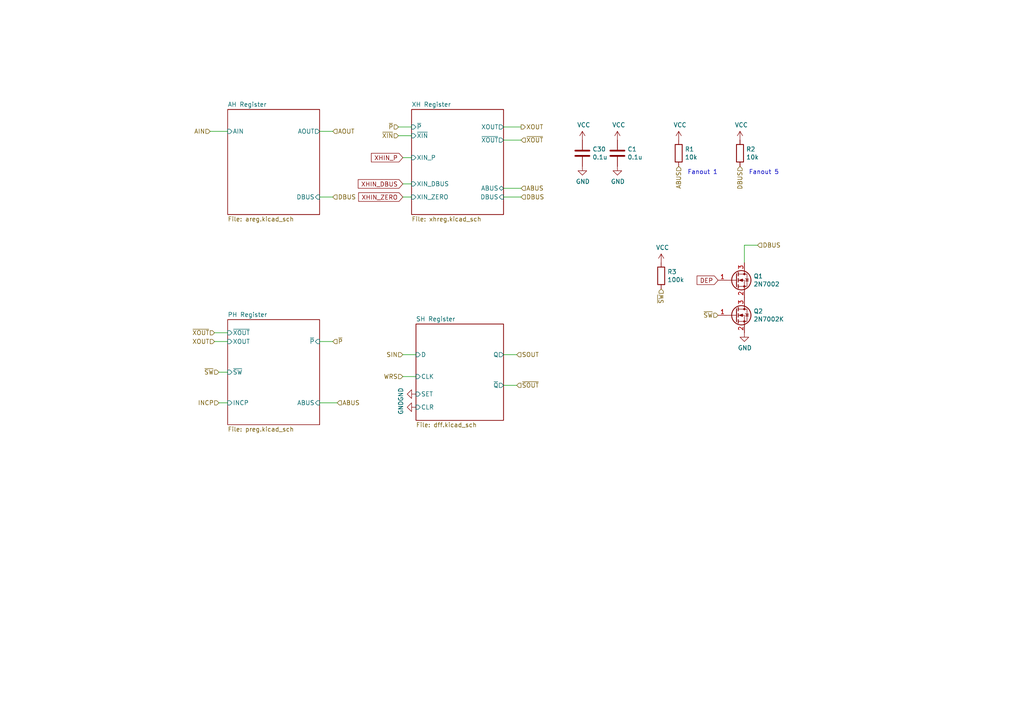
<source format=kicad_sch>
(kicad_sch (version 20211123) (generator eeschema)
  (paper "A4")
  (title_block (title "Q2 Computer") (date "2022-04-16") (rev "4c") (company "joewing.net"))
  (lib_symbols
    (symbol "Device:C" (pin_numbers hide) (pin_names (offset 0.254))
      (property "Reference" "C" (at 0.635 2.54 0))
      (property "Value" "C" (at 0.635 -2.54 0))
      (symbol "C_0_1"
        (polyline (pts (xy -2.032 -0.762) (xy 2.032 -0.762)) (stroke (width 0.508)))
        (polyline (pts (xy -2.032 0.762) (xy 2.032 0.762)) (stroke (width 0.508)))
      )
      (symbol "C_1_1"
        (pin passive line (at 0 3.81 270) (length 2.794) (name "~") (number "1"))
        (pin passive line (at 0 -3.81 90) (length 2.794) (name "~") (number "2"))
      )
    )
    (symbol "Device:R" (pin_numbers hide) (pin_names (offset 0))
      (property "Reference" "R" (at 2.032 0 90))
      (property "Value" "R" (at 0 0 90))
      (symbol "R_0_1"
        (rectangle (start -1.016 -2.54) (end 1.016 2.54) (stroke (width 0.254)))
      )
      (symbol "R_1_1"
        (pin passive line (at 0 3.81 270) (length 1.27) (name "~") (number "1"))
        (pin passive line (at 0 -3.81 90) (length 1.27) (name "~") (number "2"))
      )
    )
    (symbol "Transistor_FET:2N7002" (pin_names hide)
      (property "Reference" "Q" (at 5.08 1.905 0))
      (property "Value" "2N7002" (at 5.08 0 0))
      (symbol "2N7002_0_1"
        (polyline (pts (xy 0.254 0) (xy -2.54 0)))
        (polyline (pts (xy 0.254 1.905) (xy 0.254 -1.905)) (stroke (width 0.254)))
        (polyline (pts (xy 0.762 -1.27) (xy 0.762 -2.286)) (stroke (width 0.254)))
        (polyline (pts (xy 0.762 0.508) (xy 0.762 -0.508)) (stroke (width 0.254)))
        (polyline (pts (xy 0.762 2.286) (xy 0.762 1.27)) (stroke (width 0.254)))
        (polyline (pts (xy 2.54 2.54) (xy 2.54 1.778)))
        (polyline (pts (xy 2.54 -2.54) (xy 2.54 0) (xy 0.762 0)))
        (polyline (pts (xy 0.762 -1.778) (xy 3.302 -1.778) (xy 3.302 1.778) (xy 0.762 1.778)))
        (polyline (pts (xy 1.016 0) (xy 2.032 0.381) (xy 2.032 -0.381) (xy 1.016 0)) (fill (type outline)))
        (polyline (pts (xy 2.794 0.508) (xy 2.921 0.381) (xy 3.683 0.381) (xy 3.81 0.254)))
        (polyline (pts (xy 3.302 0.381) (xy 2.921 -0.254) (xy 3.683 -0.254) (xy 3.302 0.381)))
        (circle (center 1.651 0) (radius 2.794) (stroke (width 0.254)))
        (circle (center 2.54 -1.778) (radius 0.254) (fill (type outline)))
        (circle (center 2.54 1.778) (radius 0.254) (fill (type outline)))
      )
      (symbol "2N7002_1_1"
        (pin input line (at -5.08 0 0) (length 2.54) (name "G") (number "1"))
        (pin passive line (at 2.54 -5.08 90) (length 2.54) (name "S") (number "2"))
        (pin passive line (at 2.54 5.08 270) (length 2.54) (name "D") (number "3"))
      )
    )
    (symbol "power:GND" (power) (pin_names (offset 0))
      (property "Value" "GND" (at 0 -3.81 0))
      (symbol "GND_0_1"
        (polyline (pts (xy 0 0) (xy 0 -1.27) (xy 1.27 -1.27) (xy 0 -2.54) (xy -1.27 -1.27) (xy 0 -1.27)))
      )
      (symbol "GND_1_1"
        (pin power_in line (at 0 0 270) (length 0) hide (name "GND") (number "1"))
      )
    )
    (symbol "power:VCC" (power) (pin_names (offset 0))
      (property "Value" "VCC" (at 0 3.81 0))
      (symbol "VCC_0_1"
        (polyline (pts (xy -0.762 1.27) (xy 0 2.54)))
        (polyline (pts (xy 0 0) (xy 0 2.54)))
        (polyline (pts (xy 0 2.54) (xy 0.762 1.27)))
      )
      (symbol "VCC_1_1"
        (pin power_in line (at 0 0 90) (length 0) hide (name "VCC") (number "1"))
      )
    )
  )
  (wire (pts (xy 96.52 57.15) (xy 92.71 57.15)))
  (wire (pts (xy 116.84 53.34) (xy 119.38 53.34)))
  (wire (pts (xy 116.84 57.15) (xy 119.38 57.15)))
  (wire (pts (xy 115.57 39.37) (xy 119.38 39.37)))
  (wire (pts (xy 151.13 57.15) (xy 146.05 57.15)))
  (wire (pts (xy 60.96 38.1) (xy 66.04 38.1)))
  (wire (pts (xy 96.52 99.06) (xy 92.71 99.06)))
  (wire (pts (xy 62.23 96.52) (xy 66.04 96.52)))
  (wire (pts (xy 151.13 36.83) (xy 146.05 36.83)))
  (wire (pts (xy 97.79 116.84) (xy 92.71 116.84)))
  (wire (pts (xy 151.13 54.61) (xy 146.05 54.61)))
  (wire (pts (xy 96.52 38.1) (xy 92.71 38.1)))
  (wire (pts (xy 66.04 99.06) (xy 62.23 99.06)))
  (wire (pts (xy 63.5 116.84) (xy 66.04 116.84)))
  (wire (pts (xy 63.5 107.95) (xy 66.04 107.95)))
  (wire (pts (xy 149.86 111.76) (xy 146.05 111.76)))
  (wire (pts (xy 116.84 109.22) (xy 120.65 109.22)))
  (wire (pts (xy 149.86 102.87) (xy 146.05 102.87)))
  (wire (pts (xy 215.9 71.12) (xy 215.9 76.2)))
  (wire (pts (xy 115.57 36.83) (xy 119.38 36.83)))
  (wire (pts (xy 116.84 45.72) (xy 119.38 45.72)))
  (wire (pts (xy 219.71 71.12) (xy 215.9 71.12)))
  (wire (pts (xy 116.84 102.87) (xy 120.65 102.87)))
  (wire (pts (xy 151.13 40.64) (xy 146.05 40.64)))
  (text "Fanout 5" (at 217.17 50.8 0) (effects (font (size 1.27 1.27)) (justify left bottom)))
  (text "Fanout 1" (at 199.39 50.8 0) (effects (font (size 1.27 1.27)) (justify left bottom)))
  (global_label "DEP" (shape input) (at 208.28 81.28 180) (property "Intersheet References" "${INTERSHEET_REFS}" (effects hide)))
  (global_label "XHIN_P" (shape input) (at 116.84 45.72 180) (property "Intersheet References" "${INTERSHEET_REFS}" (effects hide)))
  (global_label "XHIN_DBUS" (shape input) (at 116.84 53.34 180) (property "Intersheet References" "${INTERSHEET_REFS}" (effects hide)))
  (global_label "XHIN_ZERO" (shape input) (at 116.84 57.15 180) (property "Intersheet References" "${INTERSHEET_REFS}" (effects hide)))
  (hierarchical_label "INCP" (shape input) (at 63.5 116.84 180))
  (hierarchical_label "AOUT" (shape input) (at 96.52 38.1 0))
  (hierarchical_label "~{XOUT}" (shape input) (at 62.23 96.52 180))
  (hierarchical_label "WRS" (shape input) (at 116.84 109.22 180))
  (hierarchical_label "~{SW}" (shape input) (at 63.5 107.95 180))
  (hierarchical_label "XOUT" (shape output) (at 151.13 36.83 0))
  (hierarchical_label "~{P}" (shape input) (at 115.57 36.83 180))
  (hierarchical_label "~{SW}" (shape input) (at 208.28 91.44 180))
  (hierarchical_label "ABUS" (shape input) (at 97.79 116.84 0))
  (hierarchical_label "ABUS" (shape input) (at 196.85 48.26 270))
  (hierarchical_label "DBUS" (shape input) (at 219.71 71.12 0))
  (hierarchical_label "~{SW}" (shape input) (at 191.77 83.82 270))
  (hierarchical_label "~{SOUT}" (shape input) (at 149.86 111.76 0))
  (hierarchical_label "DBUS" (shape input) (at 214.63 48.26 270))
  (hierarchical_label "XOUT" (shape input) (at 62.23 99.06 180))
  (hierarchical_label "AIN" (shape input) (at 60.96 38.1 180))
  (hierarchical_label "SOUT" (shape input) (at 149.86 102.87 0))
  (hierarchical_label "SIN" (shape input) (at 116.84 102.87 180))
  (hierarchical_label "~{XOUT}" (shape input) (at 151.13 40.64 0))
  (hierarchical_label "ABUS" (shape input) (at 151.13 54.61 0))
  (hierarchical_label "~{P}" (shape input) (at 96.52 99.06 0))
  (hierarchical_label "~{XIN}" (shape input) (at 115.57 39.37 180))
  (hierarchical_label "DBUS" (shape input) (at 96.52 57.15 0))
  (hierarchical_label "DBUS" (shape input) (at 151.13 57.15 0))
  (symbol (lib_id "Device:R") (at 191.77 80.01 0) (unit 1)
    (property "Reference" "R3" (at 193.548 78.8416 0) (effects (justify left)))
    (property "Value" "100k" (at 193.548 81.153 0) (effects (justify left)))
    (property "Footprint" "Resistor_SMD:R_0603_1608Metric" (effects hide))
    (property "LCSC" "C25803" (effects hide))
    (property "Manufacturer" "UNI-ROYAL(Uniroyal Elec)" (effects hide))
    (property "Part Number" "0603WAF1003T5E" (effects hide))
    (property "Package" "0603" (effects hide))
    (property "Type" "SMD" (effects hide))
  )
  (symbol (lib_id "power:VCC") (at 191.77 76.2 0) (unit 1)
    (property "Reference" "#PWR06" (effects hide))
    (property "Value" "VCC" (at 192.151 71.8058 0))
  )
  (symbol (lib_id "Device:C") (at 179.07 44.45 0) (unit 1)
    (property "Reference" "C1" (at 181.991 43.2816 0) (effects (justify left)))
    (property "Value" "0.1u" (at 181.991 45.593 0) (effects (justify left)))
    (property "Footprint" "Capacitor_SMD:C_0805_2012Metric" (effects hide))
    (property "LCSC" "C49678" (effects hide))
    (property "Manufacturer" "YAGEO" (effects hide))
    (property "Part Number" "CC0805KRX7R9BB104" (effects hide))
    (property "Package" "0805" (effects hide))
    (property "Type" "SMD" (effects hide))
  )
  (symbol (lib_id "power:VCC") (at 179.07 40.64 0) (unit 1)
    (property "Reference" "#PWR02" (effects hide))
    (property "Value" "VCC" (at 179.451 36.2458 0))
  )
  (symbol (lib_id "power:GND") (at 179.07 48.26 0) (unit 1)
    (property "Reference" "#PWR05" (effects hide))
    (property "Value" "GND" (at 179.197 52.6542 0))
  )
  (symbol (lib_id "Device:R") (at 196.85 44.45 0) (unit 1)
    (property "Reference" "R1" (at 198.628 43.2816 0) (effects (justify left)))
    (property "Value" "10k" (at 198.628 45.593 0) (effects (justify left)))
    (property "Footprint" "Resistor_SMD:R_0603_1608Metric" (effects hide))
    (property "LCSC" "C25804" (effects hide))
    (property "Manufacturer" "UNI-ROYAL(Uniroyal Elec)" (effects hide))
    (property "Part Number" "0603WAF1002T5E" (effects hide))
    (property "Package" "0603" (effects hide))
    (property "Type" "SMD" (effects hide))
  )
  (symbol (lib_id "power:VCC") (at 196.85 40.64 0) (unit 1)
    (property "Reference" "#PWR03" (effects hide))
    (property "Value" "VCC" (at 197.231 36.2458 0))
  )
  (symbol (lib_id "Device:R") (at 214.63 44.45 0) (unit 1)
    (property "Reference" "R2" (at 216.408 43.2816 0) (effects (justify left)))
    (property "Value" "10k" (at 216.408 45.593 0) (effects (justify left)))
    (property "Footprint" "Resistor_SMD:R_0603_1608Metric" (effects hide))
    (property "LCSC" "C25804" (effects hide))
    (property "Manufacturer" "UNI-ROYAL(Uniroyal Elec)" (effects hide))
    (property "Part Number" "0603WAF1002T5E" (effects hide))
    (property "Package" "0603" (effects hide))
    (property "Type" "SMD" (effects hide))
  )
  (symbol (lib_id "power:VCC") (at 214.63 40.64 0) (unit 1)
    (property "Reference" "#PWR04" (effects hide))
    (property "Value" "VCC" (at 215.011 36.2458 0))
  )
  (symbol (lib_id "Transistor_FET:2N7002") (at 213.36 81.28 0) (unit 1)
    (property "Reference" "Q1" (at 218.5416 80.1116 0) (effects (justify left)))
    (property "Value" "2N7002" (at 218.5416 82.423 0) (effects (justify left)))
    (property "Footprint" "Package_TO_SOT_SMD:SOT-23" (effects hide))
    (property "LCSC" "C181083" (effects hide))
    (property "Manufacturer" "Guangdong Hottech" (effects hide))
    (property "Part Number" "2N7002" (effects hide))
    (property "Package" "SOT-23" (effects hide))
    (property "Type" "SMD" (effects hide))
  )
  (symbol (lib_id "Transistor_FET:2N7002") (at 213.36 91.44 0) (unit 1)
    (property "Reference" "Q2" (at 218.5416 90.2716 0) (effects (justify left)))
    (property "Value" "2N7002K" (at 218.5416 92.583 0) (effects (justify left)))
    (property "Footprint" "Package_TO_SOT_SMD:SOT-23" (effects hide))
    (property "LCSC" "C181083" (effects hide))
    (property "Manufacturer" "Guangdong Hottech" (effects hide))
    (property "Part Number" "2N7002K" (effects hide))
    (property "Package" "SOT-23" (effects hide))
    (property "Type" "SMD" (effects hide))
  )
  (symbol (lib_id "power:GND") (at 215.9 96.52 0) (unit 1)
    (property "Reference" "#PWR07" (effects hide))
    (property "Value" "GND" (at 216.027 100.9142 0))
  )
  (symbol (lib_id "power:GND") (at 120.65 114.3 270) (unit 1)
    (property "Reference" "#PWR08" (effects hide))
    (property "Value" "GND" (at 116.2558 114.427 0))
  )
  (symbol (lib_id "power:GND") (at 120.65 118.11 270) (unit 1)
    (property "Reference" "#PWR09" (effects hide))
    (property "Value" "GND" (at 116.2558 118.237 0))
  )
  (symbol (lib_id "Device:C") (at 168.91 44.45 0) (unit 1)
    (property "Reference" "C30" (at 171.831 43.2816 0) (effects (justify left)))
    (property "Value" "0.1u" (at 171.831 45.593 0) (effects (justify left)))
    (property "Footprint" "Capacitor_SMD:C_0805_2012Metric" (effects hide))
    (property "LCSC" "C49678" (effects hide))
    (property "Manufacturer" "YAGEO" (effects hide))
    (property "Part Number" "CC0805KRX7R9BB104" (effects hide))
    (property "Package" "0805" (effects hide))
    (property "Type" "SMD" (effects hide))
  )
  (symbol (lib_id "power:VCC") (at 168.91 40.64 0) (unit 1)
    (property "Reference" "#PWR0479" (effects hide))
    (property "Value" "VCC" (at 169.291 36.2458 0))
  )
  (symbol (lib_id "power:GND") (at 168.91 48.26 0) (unit 1)
    (property "Reference" "#PWR0926" (effects hide))
    (property "Value" "GND" (at 169.037 52.6542 0))
  )
  (sheet (at 66.04 31.75) (size 26.67 30.48)
    (property "Sheet name" "AH Register" (at 66.04 31.0384 0) (effects (justify left bottom)))
    (property "Sheet file" "areg.kicad_sch" (at 66.04 62.8146 0) (effects (justify left top)))
    (pin "DBUS" input (at 92.71 57.15 0))
    (pin "AOUT" output (at 92.71 38.1 0))
    (pin "AIN" input (at 66.04 38.1 180))
  )
  (sheet (at 119.38 31.75) (size 26.67 30.48)
    (property "Sheet name" "XH Register" (at 119.38 31.0384 0) (effects (justify left bottom)))
    (property "Sheet file" "xhreg.kicad_sch" (at 119.38 62.8146 0) (effects (justify left top)))
    (pin "ABUS" tri_state (at 146.05 54.61 0))
    (pin "XOUT" output (at 146.05 36.83 0))
    (pin "~{XOUT}" output (at 146.05 40.64 0))
    (pin "~{P}" input (at 119.38 36.83 180))
    (pin "XIN_P" input (at 119.38 45.72 180))
    (pin "~{XIN}" input (at 119.38 39.37 180))
    (pin "DBUS" input (at 146.05 57.15 0))
    (pin "XIN_DBUS" input (at 119.38 53.34 180))
    (pin "XIN_ZERO" input (at 119.38 57.15 180))
  )
  (sheet (at 66.04 92.71) (size 26.67 30.48)
    (property "Sheet name" "PH Register" (at 66.04 91.9984 0) (effects (justify left bottom)))
    (property "Sheet file" "preg.kicad_sch" (at 66.04 123.7746 0) (effects (justify left top)))
    (pin "ABUS" input (at 92.71 116.84 0))
    (pin "~{P}" input (at 92.71 99.06 0))
    (pin "~{XOUT}" input (at 66.04 96.52 180))
    (pin "~{SW}" input (at 66.04 107.95 180))
    (pin "XOUT" input (at 66.04 99.06 180))
    (pin "INCP" input (at 66.04 116.84 180))
  )
  (sheet (at 120.65 93.98) (size 25.4 27.94)
    (property "Sheet name" "SH Register" (at 120.65 93.2684 0) (effects (justify left bottom)))
    (property "Sheet file" "dff.kicad_sch" (at 120.65 122.5046 0) (effects (justify left top)))
    (pin "D" input (at 120.65 102.87 180))
    (pin "CLK" input (at 120.65 109.22 180))
    (pin "Q" output (at 146.05 102.87 0))
    (pin "~{Q}" output (at 146.05 111.76 0))
    (pin "SET" input (at 120.65 114.3 180))
    (pin "CLR" input (at 120.65 118.11 180))
  )
)
</source>
